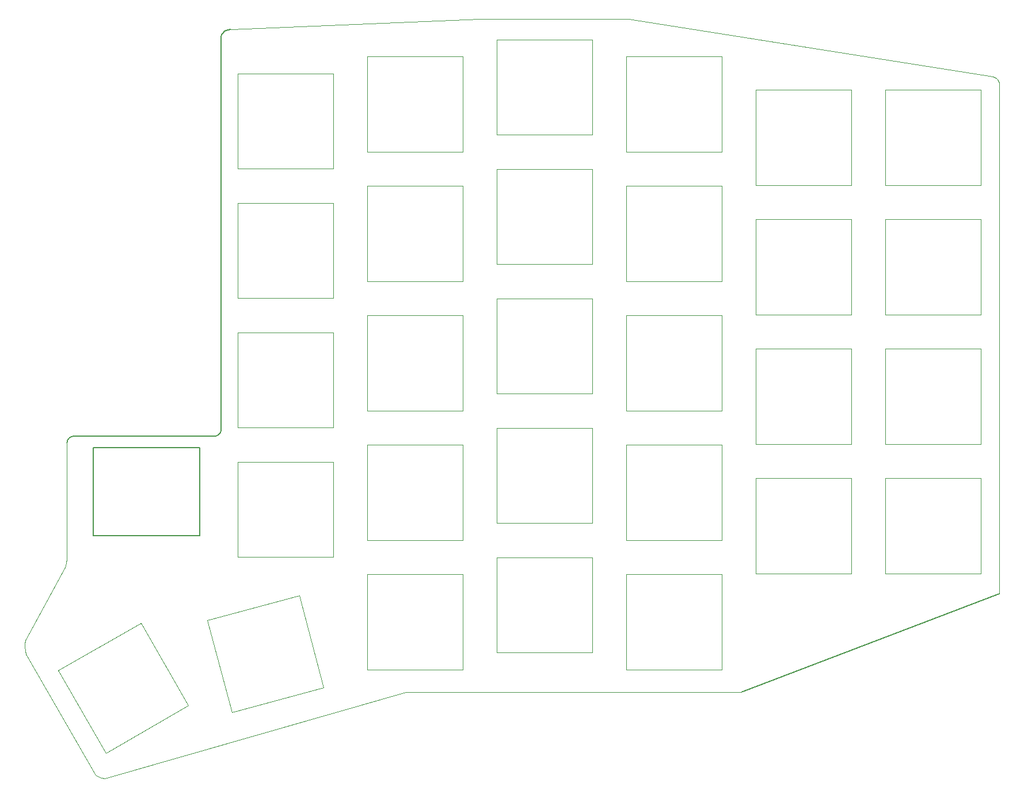
<source format=gto>
G04 #@! TF.GenerationSoftware,KiCad,Pcbnew,(5.1.12-1-10_14)*
G04 #@! TF.CreationDate,2022-02-07T21:28:56+01:00*
G04 #@! TF.ProjectId,SofleKeyboardTopPlate,536f666c-654b-4657-9962-6f617264546f,rev?*
G04 #@! TF.SameCoordinates,Original*
G04 #@! TF.FileFunction,Legend,Top*
G04 #@! TF.FilePolarity,Positive*
%FSLAX46Y46*%
G04 Gerber Fmt 4.6, Leading zero omitted, Abs format (unit mm)*
G04 Created by KiCad (PCBNEW (5.1.12-1-10_14)) date 2022-02-07 21:28:56*
%MOMM*%
%LPD*%
G01*
G04 APERTURE LIST*
G04 #@! TA.AperFunction,Profile*
%ADD10C,0.150000*%
G04 #@! TD*
G04 #@! TA.AperFunction,Profile*
%ADD11C,0.100000*%
G04 #@! TD*
G04 #@! TA.AperFunction,Profile*
%ADD12C,0.120000*%
G04 #@! TD*
%ADD13C,5.100000*%
G04 APERTURE END LIST*
D10*
X112995000Y-38000000D02*
X113395000Y-37900000D01*
X112695000Y-38100000D02*
X112995000Y-38000000D01*
X112495000Y-38200000D02*
X112695000Y-38100000D01*
X112295000Y-38400000D02*
X112495000Y-38200000D01*
X112095000Y-38700000D02*
X112295000Y-38400000D01*
X111995000Y-39045000D02*
X112095000Y-38700000D01*
X111995000Y-96800000D02*
G75*
G02*
X110995000Y-97800000I-1000000J0D01*
G01*
X89300000Y-98800000D02*
G75*
G02*
X90300000Y-97800000I1000000J0D01*
G01*
X108795000Y-112445000D02*
X108795000Y-106445000D01*
X93195000Y-112445000D02*
X108795000Y-112445000D01*
X93195000Y-99445000D02*
X93195000Y-112445000D01*
X108795000Y-99445000D02*
X93195000Y-99445000D01*
X108795000Y-106445000D02*
X108795000Y-99445000D01*
X111995000Y-96800000D02*
X111995000Y-39045000D01*
X90300000Y-97800000D02*
X110995000Y-97800000D01*
D11*
X225856871Y-45026466D02*
X226021621Y-45140600D01*
X89270257Y-115845000D02*
X89300000Y-98800000D01*
X226163321Y-45280582D02*
X226278881Y-45442807D01*
X149995000Y-36445000D02*
X171945000Y-36445000D01*
X226021621Y-45140600D02*
X226163321Y-45280582D01*
X139149128Y-135445000D02*
X94895000Y-148195000D01*
X83095000Y-128345000D02*
X83195000Y-127845000D01*
X83295000Y-129845000D02*
X83145000Y-129345000D01*
X139149128Y-135445000D02*
X188495000Y-135445000D01*
X149995000Y-36445000D02*
X113395000Y-37900000D01*
X226365281Y-45623672D02*
X226419381Y-45819571D01*
X83195000Y-127845000D02*
X88995000Y-117095000D01*
X226419381Y-45819571D02*
X226438181Y-46026902D01*
X226438181Y-46026902D02*
X226465181Y-120945000D01*
X225470441Y-44890146D02*
X225672111Y-44941776D01*
X93545000Y-147645000D02*
X93895000Y-147945000D01*
X83095000Y-128745000D02*
X83095000Y-128345000D01*
X89195000Y-116495000D02*
X88995000Y-117095000D01*
D10*
X226465181Y-120945000D02*
X188495000Y-135445000D01*
D11*
X225672111Y-44941776D02*
X225856871Y-45026466D01*
X93895000Y-147945000D02*
X94345000Y-148095000D01*
X83145000Y-129345000D02*
X83095000Y-128745000D01*
X94345000Y-148095000D02*
X94895000Y-148195000D01*
X89270257Y-115845000D02*
X89195000Y-116495000D01*
X171945000Y-36445000D02*
X225470441Y-44890146D01*
X93545000Y-147645000D02*
X83295000Y-129845000D01*
X226278881Y-45442807D02*
X226365281Y-45623672D01*
D12*
X223697800Y-103991400D02*
X209697800Y-103991400D01*
X223697800Y-117991400D02*
X223697800Y-103991400D01*
X209697800Y-117991400D02*
X223697800Y-117991400D01*
X209697800Y-103991400D02*
X209697800Y-117991400D01*
X95045622Y-144403578D02*
X107169978Y-137403578D01*
X107169978Y-137403578D02*
X100169978Y-125279222D01*
X100169978Y-125279222D02*
X88045622Y-132279222D01*
X88045622Y-132279222D02*
X95045622Y-144403578D01*
X127071014Y-134791147D02*
X123447547Y-121268186D01*
X123447547Y-121268186D02*
X109924586Y-124891653D01*
X109924586Y-124891653D02*
X113548053Y-138414614D01*
X113548053Y-138414614D02*
X127071014Y-134791147D01*
X128447800Y-101591400D02*
X114447800Y-101591400D01*
X128447800Y-115591400D02*
X128447800Y-101591400D01*
X114447800Y-115591400D02*
X128447800Y-115591400D01*
X114447800Y-101591400D02*
X114447800Y-115591400D01*
X114447800Y-82541400D02*
X114447800Y-96541400D01*
X114447800Y-96541400D02*
X128447800Y-96541400D01*
X128447800Y-96541400D02*
X128447800Y-82541400D01*
X128447800Y-82541400D02*
X114447800Y-82541400D01*
X128447800Y-63491400D02*
X114447800Y-63491400D01*
X128447800Y-77491400D02*
X128447800Y-63491400D01*
X114447800Y-77491400D02*
X128447800Y-77491400D01*
X114447800Y-63491400D02*
X114447800Y-77491400D01*
X114447800Y-44441400D02*
X114447800Y-58441400D01*
X114447800Y-58441400D02*
X128447800Y-58441400D01*
X128447800Y-58441400D02*
X128447800Y-44441400D01*
X128447800Y-44441400D02*
X114447800Y-44441400D01*
X147497800Y-118141400D02*
X133497800Y-118141400D01*
X147497800Y-132141400D02*
X147497800Y-118141400D01*
X133497800Y-132141400D02*
X147497800Y-132141400D01*
X133497800Y-118141400D02*
X133497800Y-132141400D01*
X133497800Y-99091400D02*
X133497800Y-113091400D01*
X133497800Y-113091400D02*
X147497800Y-113091400D01*
X147497800Y-113091400D02*
X147497800Y-99091400D01*
X147497800Y-99091400D02*
X133497800Y-99091400D01*
X147497800Y-80041400D02*
X133497800Y-80041400D01*
X147497800Y-94041400D02*
X147497800Y-80041400D01*
X133497800Y-94041400D02*
X147497800Y-94041400D01*
X133497800Y-80041400D02*
X133497800Y-94041400D01*
X133497800Y-60991400D02*
X133497800Y-74991400D01*
X133497800Y-74991400D02*
X147497800Y-74991400D01*
X147497800Y-74991400D02*
X147497800Y-60991400D01*
X147497800Y-60991400D02*
X133497800Y-60991400D01*
X147497800Y-41941400D02*
X133497800Y-41941400D01*
X147497800Y-55941400D02*
X147497800Y-41941400D01*
X133497800Y-55941400D02*
X147497800Y-55941400D01*
X133497800Y-41941400D02*
X133497800Y-55941400D01*
X152547800Y-115641400D02*
X152547800Y-129641400D01*
X152547800Y-129641400D02*
X166547800Y-129641400D01*
X166547800Y-129641400D02*
X166547800Y-115641400D01*
X166547800Y-115641400D02*
X152547800Y-115641400D01*
X166547800Y-96591400D02*
X152547800Y-96591400D01*
X166547800Y-110591400D02*
X166547800Y-96591400D01*
X152547800Y-110591400D02*
X166547800Y-110591400D01*
X152547800Y-96591400D02*
X152547800Y-110591400D01*
X152547800Y-77541400D02*
X152547800Y-91541400D01*
X152547800Y-91541400D02*
X166547800Y-91541400D01*
X166547800Y-91541400D02*
X166547800Y-77541400D01*
X166547800Y-77541400D02*
X152547800Y-77541400D01*
X166547800Y-58491400D02*
X152547800Y-58491400D01*
X166547800Y-72491400D02*
X166547800Y-58491400D01*
X152547800Y-72491400D02*
X166547800Y-72491400D01*
X152547800Y-58491400D02*
X152547800Y-72491400D01*
X152547800Y-39441400D02*
X152547800Y-53441400D01*
X152547800Y-53441400D02*
X166547800Y-53441400D01*
X166547800Y-53441400D02*
X166547800Y-39441400D01*
X166547800Y-39441400D02*
X152547800Y-39441400D01*
X185597800Y-118141400D02*
X171597800Y-118141400D01*
X185597800Y-132141400D02*
X185597800Y-118141400D01*
X171597800Y-132141400D02*
X185597800Y-132141400D01*
X171597800Y-118141400D02*
X171597800Y-132141400D01*
X171597800Y-99091400D02*
X171597800Y-113091400D01*
X171597800Y-113091400D02*
X185597800Y-113091400D01*
X185597800Y-113091400D02*
X185597800Y-99091400D01*
X185597800Y-99091400D02*
X171597800Y-99091400D01*
X185597800Y-80041400D02*
X171597800Y-80041400D01*
X185597800Y-94041400D02*
X185597800Y-80041400D01*
X171597800Y-94041400D02*
X185597800Y-94041400D01*
X171597800Y-80041400D02*
X171597800Y-94041400D01*
X171597800Y-60991400D02*
X171597800Y-74991400D01*
X171597800Y-74991400D02*
X185597800Y-74991400D01*
X185597800Y-74991400D02*
X185597800Y-60991400D01*
X185597800Y-60991400D02*
X171597800Y-60991400D01*
X185597800Y-41941400D02*
X171597800Y-41941400D01*
X185597800Y-55941400D02*
X185597800Y-41941400D01*
X171597800Y-55941400D02*
X185597800Y-55941400D01*
X171597800Y-41941400D02*
X171597800Y-55941400D01*
X204647800Y-103991400D02*
X190647800Y-103991400D01*
X204647800Y-117991400D02*
X204647800Y-103991400D01*
X190647800Y-117991400D02*
X204647800Y-117991400D01*
X190647800Y-103991400D02*
X190647800Y-117991400D01*
X209697800Y-84941400D02*
X209697800Y-98941400D01*
X209697800Y-98941400D02*
X223697800Y-98941400D01*
X223697800Y-98941400D02*
X223697800Y-84941400D01*
X223697800Y-84941400D02*
X209697800Y-84941400D01*
X204647800Y-84941400D02*
X190647800Y-84941400D01*
X204647800Y-98941400D02*
X204647800Y-84941400D01*
X190647800Y-98941400D02*
X204647800Y-98941400D01*
X190647800Y-84941400D02*
X190647800Y-98941400D01*
X209697800Y-65891400D02*
X209697800Y-79891400D01*
X209697800Y-79891400D02*
X223697800Y-79891400D01*
X223697800Y-79891400D02*
X223697800Y-65891400D01*
X223697800Y-65891400D02*
X209697800Y-65891400D01*
X204647800Y-65891400D02*
X190647800Y-65891400D01*
X204647800Y-79891400D02*
X204647800Y-65891400D01*
X190647800Y-79891400D02*
X204647800Y-79891400D01*
X190647800Y-65891400D02*
X190647800Y-79891400D01*
X190647800Y-46841400D02*
X190647800Y-60841400D01*
X190647800Y-60841400D02*
X204647800Y-60841400D01*
X204647800Y-60841400D02*
X204647800Y-46841400D01*
X204647800Y-46841400D02*
X190647800Y-46841400D01*
X223697800Y-46841400D02*
X209697800Y-46841400D01*
X223697800Y-60841400D02*
X223697800Y-46841400D01*
X209697800Y-60841400D02*
X223697800Y-60841400D01*
X209697800Y-46841400D02*
X209697800Y-60841400D01*
%LPC*%
D13*
X103897800Y-120441400D03*
X131252800Y-97216400D03*
X206995000Y-101445000D03*
X131452800Y-58936400D03*
X206995000Y-62945000D03*
M02*

</source>
